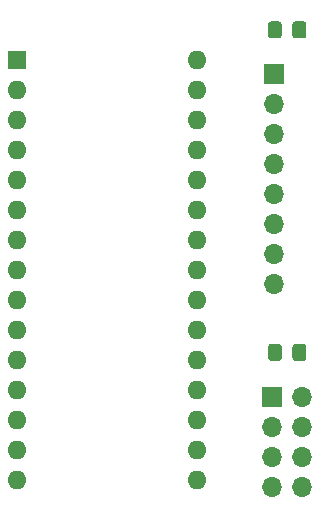
<source format=gbr>
%TF.GenerationSoftware,KiCad,Pcbnew,(5.1.10)-1*%
%TF.CreationDate,2022-03-27T02:24:56-07:00*%
%TF.ProjectId,RC_car,52435f63-6172-42e6-9b69-6361645f7063,rev?*%
%TF.SameCoordinates,Original*%
%TF.FileFunction,Soldermask,Top*%
%TF.FilePolarity,Negative*%
%FSLAX46Y46*%
G04 Gerber Fmt 4.6, Leading zero omitted, Abs format (unit mm)*
G04 Created by KiCad (PCBNEW (5.1.10)-1) date 2022-03-27 02:24:56*
%MOMM*%
%LPD*%
G01*
G04 APERTURE LIST*
%ADD10R,1.700000X1.700000*%
%ADD11O,1.700000X1.700000*%
%ADD12R,1.600000X1.600000*%
%ADD13O,1.600000X1.600000*%
G04 APERTURE END LIST*
D10*
%TO.C,IMU1*%
X168452800Y-78003400D03*
D11*
X168452800Y-95783400D03*
X168452800Y-93243400D03*
X168452800Y-88163400D03*
X168452800Y-85623400D03*
X168452800Y-83083400D03*
X168452800Y-90703400D03*
X168452800Y-80543400D03*
%TD*%
%TO.C,RADIO1*%
X168275000Y-107899200D03*
X170815000Y-105359200D03*
D10*
X168275000Y-105359200D03*
D11*
X170815000Y-110439200D03*
X170815000Y-107899200D03*
X168275000Y-110439200D03*
X170815000Y-112979200D03*
X168275000Y-112979200D03*
%TD*%
D12*
%TO.C,Nano1*%
X146685000Y-76835000D03*
D13*
X161925000Y-109855000D03*
X146685000Y-79375000D03*
X161925000Y-107315000D03*
X146685000Y-81915000D03*
X161925000Y-104775000D03*
X146685000Y-84455000D03*
X161925000Y-102235000D03*
X146685000Y-86995000D03*
X161925000Y-99695000D03*
X146685000Y-89535000D03*
X161925000Y-97155000D03*
X146685000Y-92075000D03*
X161925000Y-94615000D03*
X146685000Y-94615000D03*
X161925000Y-92075000D03*
X146685000Y-97155000D03*
X161925000Y-89535000D03*
X146685000Y-99695000D03*
X161925000Y-86995000D03*
X146685000Y-102235000D03*
X161925000Y-84455000D03*
X146685000Y-104775000D03*
X161925000Y-81915000D03*
X146685000Y-107315000D03*
X161925000Y-79375000D03*
X146685000Y-109855000D03*
X161925000Y-76835000D03*
X146685000Y-112395000D03*
X161925000Y-112395000D03*
%TD*%
%TO.C,C1*%
G36*
G01*
X171170000Y-73820000D02*
X171170000Y-74770000D01*
G75*
G02*
X170920000Y-75020000I-250000J0D01*
G01*
X170245000Y-75020000D01*
G75*
G02*
X169995000Y-74770000I0J250000D01*
G01*
X169995000Y-73820000D01*
G75*
G02*
X170245000Y-73570000I250000J0D01*
G01*
X170920000Y-73570000D01*
G75*
G02*
X171170000Y-73820000I0J-250000D01*
G01*
G37*
G36*
G01*
X169095000Y-73820000D02*
X169095000Y-74770000D01*
G75*
G02*
X168845000Y-75020000I-250000J0D01*
G01*
X168170000Y-75020000D01*
G75*
G02*
X167920000Y-74770000I0J250000D01*
G01*
X167920000Y-73820000D01*
G75*
G02*
X168170000Y-73570000I250000J0D01*
G01*
X168845000Y-73570000D01*
G75*
G02*
X169095000Y-73820000I0J-250000D01*
G01*
G37*
%TD*%
%TO.C,C2*%
G36*
G01*
X169995000Y-102075000D02*
X169995000Y-101125000D01*
G75*
G02*
X170245000Y-100875000I250000J0D01*
G01*
X170920000Y-100875000D01*
G75*
G02*
X171170000Y-101125000I0J-250000D01*
G01*
X171170000Y-102075000D01*
G75*
G02*
X170920000Y-102325000I-250000J0D01*
G01*
X170245000Y-102325000D01*
G75*
G02*
X169995000Y-102075000I0J250000D01*
G01*
G37*
G36*
G01*
X167920000Y-102075000D02*
X167920000Y-101125000D01*
G75*
G02*
X168170000Y-100875000I250000J0D01*
G01*
X168845000Y-100875000D01*
G75*
G02*
X169095000Y-101125000I0J-250000D01*
G01*
X169095000Y-102075000D01*
G75*
G02*
X168845000Y-102325000I-250000J0D01*
G01*
X168170000Y-102325000D01*
G75*
G02*
X167920000Y-102075000I0J250000D01*
G01*
G37*
%TD*%
M02*

</source>
